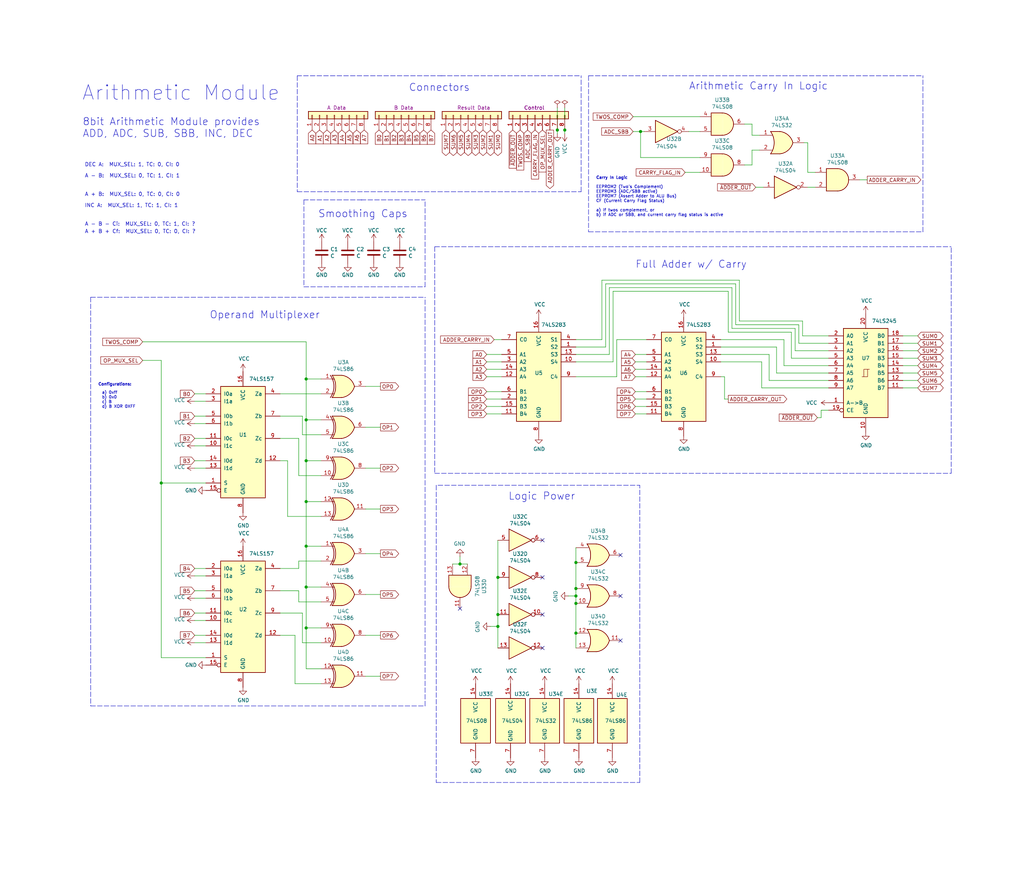
<source format=kicad_sch>
(kicad_sch (version 20211123) (generator eeschema)
  (paper "User" 350.012 297.002)
  (title_block (title "Arithmetic Module") (rev "3") (comment 1 "ADD / SUB / ADC / SBB / INC / DEC"))
  (junction (at 104.648 186.69))
  (junction (at 170.18 214.122))
  (junction (at 218.948 44.958))
  (junction (at 196.85 206.248))
  (junction (at 104.648 200.66))
  (junction (at 104.648 171.45))
  (junction (at 196.85 216.408))
  (junction (at 196.85 203.708))
  (junction (at 170.18 210.058))
  (junction (at 104.648 157.48))
  (junction (at 196.85 192.278))
  (junction (at 193.04 44.45))
  (junction (at 196.85 201.168))
  (junction (at 190.5 44.45))
  (junction (at 104.648 143.51))
  (junction (at 157.226 192.786))
  (junction (at 170.18 197.358))
  (junction (at 104.648 129.54))
  (junction (at 104.648 214.63))
  (junction (at 55.118 165.1))
  (no_connect (at 212.09 189.738))
  (no_connect (at 185.42 221.488))
  (no_connect (at 212.09 203.708))
  (no_connect (at 185.42 197.358))
  (no_connect (at 157.226 208.026))
  (no_connect (at 185.42 210.058))
  (no_connect (at 212.09 218.948))
  (no_connect (at 185.42 184.658))
  (wire (pts (xy 274.32 109.728) (xy 252.73 109.728)))
  (polyline (pts (xy 201.168 25.908) (xy 315.468 25.908)))
  (wire (pts (xy 308.61 117.348) (xy 313.69 117.348)))
  (polyline (pts (xy 151.13 25.908) (xy 101.6 25.908)))
  (wire (pts (xy 217.17 123.698) (xy 220.98 123.698)))
  (wire (pts (xy 100.838 233.68) (xy 109.728 233.68)))
  (wire (pts (xy 168.91 116.078) (xy 171.45 116.078)))
  (wire (pts (xy 308.61 132.588) (xy 313.69 132.588)))
  (wire (pts (xy 270.51 122.428) (xy 283.21 122.428)))
  (wire (pts (xy 265.43 118.618) (xy 265.43 127.508)))
  (wire (pts (xy 95.758 142.24) (xy 103.378 142.24)))
  (wire (pts (xy 102.108 201.93) (xy 102.108 205.74)))
  (polyline (pts (xy 198.628 65.532) (xy 198.628 25.908)))
  (wire (pts (xy 265.43 127.508) (xy 283.21 127.508)))
  (wire (pts (xy 130.048 189.23) (xy 124.968 189.23)))
  (wire (pts (xy 252.73 109.728) (xy 252.73 95.758)))
  (wire (pts (xy 95.758 134.62) (xy 109.728 134.62)))
  (wire (pts (xy 271.78 112.268) (xy 250.19 112.268)))
  (polyline (pts (xy 315.468 79.248) (xy 315.468 25.908)))
  (wire (pts (xy 196.85 118.618) (xy 207.01 118.618)))
  (wire (pts (xy 196.85 116.078) (xy 205.74 116.078)))
  (wire (pts (xy 166.37 126.238) (xy 171.45 126.238)))
  (wire (pts (xy 95.758 201.93) (xy 102.108 201.93)))
  (wire (pts (xy 104.648 129.54) (xy 104.648 143.51)))
  (wire (pts (xy 130.048 173.99) (xy 124.968 173.99)))
  (wire (pts (xy 66.548 160.02) (xy 70.358 160.02)))
  (wire (pts (xy 167.64 214.122) (xy 170.18 214.122)))
  (polyline (pts (xy 185.674 165.862) (xy 218.694 165.862)))
  (polyline (pts (xy 201.168 25.908) (xy 201.168 79.248)))
  (wire (pts (xy 262.89 130.048) (xy 283.21 130.048)))
  (wire (pts (xy 103.378 142.24) (xy 103.378 148.59)))
  (wire (pts (xy 124.968 217.17) (xy 130.048 217.17)))
  (wire (pts (xy 70.358 165.1) (xy 55.118 165.1)))
  (polyline (pts (xy 150.622 25.908) (xy 198.628 25.908)))
  (wire (pts (xy 274.32 114.808) (xy 283.21 114.808)))
  (wire (pts (xy 308.61 122.428) (xy 313.69 122.428)))
  (polyline (pts (xy 123.444 68.326) (xy 145.288 68.326)))
  (polyline (pts (xy 185.674 165.862) (xy 149.098 165.862)))
  (wire (pts (xy 257.048 42.418) (xy 257.048 46.228)))
  (wire (pts (xy 220.98 116.078) (xy 210.82 116.078)))
  (wire (pts (xy 55.118 123.19) (xy 48.768 123.19)))
  (wire (pts (xy 218.948 44.958) (xy 218.948 53.848)))
  (wire (pts (xy 102.108 149.86) (xy 102.108 162.56)))
  (wire (pts (xy 166.37 123.698) (xy 171.45 123.698)))
  (wire (pts (xy 217.17 141.478) (xy 220.98 141.478)))
  (wire (pts (xy 280.67 142.748) (xy 280.67 140.208)))
  (wire (pts (xy 104.648 228.6) (xy 109.728 228.6)))
  (wire (pts (xy 98.298 157.48) (xy 95.758 157.48)))
  (wire (pts (xy 259.588 51.308) (xy 257.048 51.308)))
  (polyline (pts (xy 218.694 267.462) (xy 218.694 165.862)))
  (wire (pts (xy 254.508 42.418) (xy 257.048 42.418)))
  (wire (pts (xy 248.92 99.568) (xy 209.55 99.568)))
  (wire (pts (xy 246.38 123.698) (xy 260.35 123.698)))
  (wire (pts (xy 235.458 44.958) (xy 239.268 44.958)))
  (wire (pts (xy 207.01 97.028) (xy 251.46 97.028)))
  (wire (pts (xy 66.548 194.31) (xy 70.358 194.31)))
  (wire (pts (xy 95.758 209.55) (xy 103.378 209.55)))
  (wire (pts (xy 66.548 196.85) (xy 70.358 196.85)))
  (wire (pts (xy 251.46 110.998) (xy 273.05 110.998)))
  (wire (pts (xy 124.968 146.05) (xy 130.048 146.05)))
  (wire (pts (xy 216.408 44.958) (xy 218.948 44.958)))
  (wire (pts (xy 308.61 114.808) (xy 313.69 114.808)))
  (wire (pts (xy 239.268 39.878) (xy 216.408 39.878)))
  (wire (pts (xy 209.55 99.568) (xy 209.55 123.698)))
  (wire (pts (xy 247.65 136.398) (xy 248.92 136.398)))
  (wire (pts (xy 274.828 48.768) (xy 276.098 48.768)))
  (wire (pts (xy 196.85 216.408) (xy 196.85 221.488)))
  (wire (pts (xy 271.78 119.888) (xy 283.21 119.888)))
  (wire (pts (xy 308.61 124.968) (xy 313.69 124.968)))
  (wire (pts (xy 217.17 121.158) (xy 220.98 121.158)))
  (wire (pts (xy 196.85 206.248) (xy 196.85 216.408)))
  (wire (pts (xy 170.18 197.358) (xy 170.18 184.658)))
  (wire (pts (xy 66.548 137.16) (xy 70.358 137.16)))
  (polyline (pts (xy 103.886 68.326) (xy 103.886 98.044)))
  (wire (pts (xy 95.758 217.17) (xy 100.838 217.17)))
  (wire (pts (xy 218.948 44.958) (xy 220.218 44.958)))
  (wire (pts (xy 66.548 149.86) (xy 70.358 149.86)))
  (wire (pts (xy 66.548 144.78) (xy 70.358 144.78)))
  (wire (pts (xy 260.35 123.698) (xy 260.35 132.588)))
  (wire (pts (xy 102.108 191.77) (xy 109.728 191.77)))
  (wire (pts (xy 170.18 214.122) (xy 170.18 221.488)))
  (polyline (pts (xy 148.59 84.328) (xy 325.12 84.328)))
  (wire (pts (xy 66.548 157.48) (xy 70.358 157.48)))
  (wire (pts (xy 210.82 128.778) (xy 196.85 128.778)))
  (wire (pts (xy 217.17 136.398) (xy 220.98 136.398)))
  (wire (pts (xy 104.648 143.51) (xy 109.728 143.51)))
  (wire (pts (xy 217.17 128.778) (xy 220.98 128.778)))
  (wire (pts (xy 104.648 186.69) (xy 109.728 186.69)))
  (wire (pts (xy 130.048 203.2) (xy 124.968 203.2)))
  (wire (pts (xy 95.758 149.86) (xy 102.108 149.86)))
  (wire (pts (xy 205.74 95.758) (xy 205.74 116.078)))
  (wire (pts (xy 257.048 51.308) (xy 257.048 56.388)))
  (wire (pts (xy 308.61 130.048) (xy 313.69 130.048)))
  (wire (pts (xy 267.97 124.968) (xy 283.21 124.968)))
  (wire (pts (xy 104.648 214.63) (xy 109.728 214.63)))
  (wire (pts (xy 104.648 214.63) (xy 104.648 228.6)))
  (wire (pts (xy 66.548 212.09) (xy 70.358 212.09)))
  (wire (pts (xy 252.73 95.758) (xy 205.74 95.758)))
  (wire (pts (xy 270.51 113.538) (xy 248.92 113.538)))
  (wire (pts (xy 208.28 98.298) (xy 208.28 121.158)))
  (wire (pts (xy 196.85 201.168) (xy 196.85 203.708)))
  (wire (pts (xy 66.548 201.93) (xy 70.358 201.93)))
  (polyline (pts (xy 103.886 98.044) (xy 145.288 98.044)))
  (wire (pts (xy 66.548 134.62) (xy 70.358 134.62)))
  (wire (pts (xy 109.728 157.48) (xy 104.648 157.48)))
  (polyline (pts (xy 148.59 161.798) (xy 325.12 161.798)))
  (wire (pts (xy 166.37 133.858) (xy 171.45 133.858)))
  (wire (pts (xy 130.048 231.14) (xy 124.968 231.14)))
  (wire (pts (xy 104.648 186.69) (xy 104.648 200.66)))
  (wire (pts (xy 166.37 141.478) (xy 171.45 141.478)))
  (wire (pts (xy 104.648 200.66) (xy 104.648 214.63)))
  (wire (pts (xy 100.838 217.17) (xy 100.838 233.68)))
  (wire (pts (xy 270.51 122.428) (xy 270.51 113.538)))
  (wire (pts (xy 251.46 97.028) (xy 251.46 110.998)))
  (wire (pts (xy 104.648 171.45) (xy 104.648 186.69)))
  (wire (pts (xy 159.766 192.786) (xy 157.226 192.786)))
  (wire (pts (xy 98.298 176.53) (xy 109.728 176.53)))
  (wire (pts (xy 196.85 187.198) (xy 196.85 192.278)))
  (wire (pts (xy 66.548 217.17) (xy 70.358 217.17)))
  (wire (pts (xy 246.38 116.078) (xy 267.97 116.078)))
  (wire (pts (xy 308.61 119.888) (xy 313.69 119.888)))
  (polyline (pts (xy 123.698 68.326) (xy 103.886 68.326)))
  (wire (pts (xy 102.108 162.56) (xy 109.728 162.56)))
  (wire (pts (xy 196.85 203.708) (xy 194.31 203.708)))
  (wire (pts (xy 273.05 110.998) (xy 273.05 117.348)))
  (wire (pts (xy 248.92 113.538) (xy 248.92 99.568)))
  (polyline (pts (xy 101.6 65.532) (xy 198.628 65.532)))
  (polyline (pts (xy 201.168 79.248) (xy 315.468 79.248)))
  (wire (pts (xy 157.226 192.786) (xy 154.686 192.786)))
  (wire (pts (xy 308.61 127.508) (xy 313.69 127.508)))
  (polyline (pts (xy 145.288 98.044) (xy 145.288 68.326)))
  (polyline (pts (xy 30.988 101.6) (xy 30.988 241.3)))
  (wire (pts (xy 190.5 44.45) (xy 190.5 45.72)))
  (wire (pts (xy 102.108 205.74) (xy 109.728 205.74)))
  (wire (pts (xy 257.048 56.388) (xy 254.508 56.388)))
  (wire (pts (xy 273.05 117.348) (xy 283.21 117.348)))
  (wire (pts (xy 210.82 116.078) (xy 210.82 128.778)))
  (wire (pts (xy 271.78 119.888) (xy 271.78 112.268)))
  (wire (pts (xy 66.548 152.4) (xy 70.358 152.4)))
  (polyline (pts (xy 30.988 241.3) (xy 145.288 241.3)))
  (wire (pts (xy 104.648 129.54) (xy 104.648 116.84)))
  (polyline (pts (xy 149.098 165.862) (xy 149.098 267.462)))
  (wire (pts (xy 196.85 121.158) (xy 208.28 121.158)))
  (wire (pts (xy 104.648 143.51) (xy 104.648 157.48)))
  (wire (pts (xy 247.65 128.778) (xy 247.65 136.398)))
  (wire (pts (xy 193.04 44.45) (xy 193.04 45.72)))
  (wire (pts (xy 104.648 129.54) (xy 109.728 129.54)))
  (wire (pts (xy 276.098 48.768) (xy 276.098 58.928)))
  (wire (pts (xy 166.37 136.398) (xy 171.45 136.398)))
  (polyline (pts (xy 145.288 241.3) (xy 145.288 101.6)))
  (polyline (pts (xy 325.12 161.798) (xy 325.12 84.328)))
  (wire (pts (xy 55.118 224.79) (xy 70.358 224.79)))
  (wire (pts (xy 98.298 157.48) (xy 98.298 176.53)))
  (wire (pts (xy 66.548 209.55) (xy 70.358 209.55)))
  (wire (pts (xy 250.19 112.268) (xy 250.19 98.298)))
  (wire (pts (xy 196.85 192.278) (xy 196.85 201.168)))
  (wire (pts (xy 104.648 157.48) (xy 104.648 171.45)))
  (wire (pts (xy 170.18 210.058) (xy 170.18 214.122)))
  (wire (pts (xy 217.17 138.938) (xy 220.98 138.938)))
  (wire (pts (xy 109.728 200.66) (xy 104.648 200.66)))
  (wire (pts (xy 196.85 123.698) (xy 209.55 123.698)))
  (wire (pts (xy 257.048 46.228) (xy 259.588 46.228)))
  (wire (pts (xy 276.098 64.008) (xy 278.638 64.008)))
  (wire (pts (xy 246.38 118.618) (xy 265.43 118.618)))
  (wire (pts (xy 279.4 142.748) (xy 280.67 142.748)))
  (wire (pts (xy 103.378 219.71) (xy 109.728 219.71)))
  (wire (pts (xy 170.18 197.358) (xy 170.18 210.058)))
  (wire (pts (xy 157.226 190.246) (xy 157.226 192.786)))
  (wire (pts (xy 258.318 64.008) (xy 260.858 64.008)))
  (wire (pts (xy 260.35 132.588) (xy 283.21 132.588)))
  (wire (pts (xy 207.01 118.618) (xy 207.01 97.028)))
  (wire (pts (xy 95.758 194.31) (xy 102.108 194.31)))
  (wire (pts (xy 166.37 121.158) (xy 171.45 121.158)))
  (wire (pts (xy 250.19 98.298) (xy 208.28 98.298)))
  (wire (pts (xy 66.548 219.71) (xy 70.358 219.71)))
  (wire (pts (xy 196.85 203.708) (xy 196.85 206.248)))
  (wire (pts (xy 124.968 160.02) (xy 130.048 160.02)))
  (wire (pts (xy 66.548 204.47) (xy 70.358 204.47)))
  (wire (pts (xy 217.17 133.858) (xy 220.98 133.858)))
  (wire (pts (xy 66.548 142.24) (xy 70.358 142.24)))
  (polyline (pts (xy 149.098 267.462) (xy 218.694 267.462)))
  (wire (pts (xy 190.5 36.83) (xy 190.5 44.45)))
  (wire (pts (xy 166.37 128.778) (xy 171.45 128.778)))
  (wire (pts (xy 55.118 165.1) (xy 55.118 224.79)))
  (wire (pts (xy 296.418 61.468) (xy 293.878 61.468)))
  (wire (pts (xy 166.37 138.938) (xy 171.45 138.938)))
  (wire (pts (xy 217.17 126.238) (xy 220.98 126.238)))
  (wire (pts (xy 234.188 58.928) (xy 239.268 58.928)))
  (wire (pts (xy 55.118 165.1) (xy 55.118 123.19)))
  (polyline (pts (xy 101.6 25.908) (xy 101.6 65.532)))
  (wire (pts (xy 276.098 58.928) (xy 278.638 58.928)))
  (wire (pts (xy 124.968 132.08) (xy 130.048 132.08)))
  (wire (pts (xy 246.38 121.158) (xy 262.89 121.158)))
  (wire (pts (xy 218.948 53.848) (xy 239.268 53.848)))
  (wire (pts (xy 247.65 128.778) (xy 246.38 128.778)))
  (wire (pts (xy 193.04 36.83) (xy 193.04 44.45)))
  (wire (pts (xy 48.768 116.84) (xy 104.648 116.84)))
  (wire (pts (xy 267.97 124.968) (xy 267.97 116.078)))
  (polyline (pts (xy 30.988 101.6) (xy 145.288 101.6)))
  (wire (pts (xy 274.32 114.808) (xy 274.32 109.728)))
  (wire (pts (xy 109.728 171.45) (xy 104.648 171.45)))
  (wire (pts (xy 280.67 140.208) (xy 283.21 140.208)))
  (wire (pts (xy 262.89 130.048) (xy 262.89 121.158)))
  (wire (pts (xy 103.378 148.59) (xy 109.728 148.59)))
  (wire (pts (xy 103.378 219.71) (xy 103.378 209.55)))
  (wire (pts (xy 102.108 191.77) (xy 102.108 194.31)))
  (polyline (pts (xy 148.59 84.328) (xy 148.59 161.798)))
  (text "a) 0xff\nb) 0x0\nc) B\nd) B XOR 0XFF" (at 34.798 139.7 0) (effects (font (size 0.9906 0.9906)) (justify left bottom)))
  (text "Connectors" (at 139.7 31.496 0) (effects (font (size 2.4892 2.4892)) (justify left bottom)))
  (text "8bit Arithmetic Module provides\nADD, ADC, SUB, SBB, INC, DEC" (at 28.194 47.244 0) (effects (font (size 2.5 2.5)) (justify left bottom)))
  (text "A - B - Ci:  MUX_SEL: 0, TC: 1, CI: ?" (at 28.956 77.47 0) (effects (font (size 1.27 1.27)) (justify left bottom)))
  (text "Logic Power" (at 173.736 171.196 0) (effects (font (size 2.4892 2.4892)) (justify left bottom)))
  (text "A + B + Cf:  MUX_SEL: 0, TC: 0, CI: ?" (at 28.956 80.01 0) (effects (font (size 1.27 1.27)) (justify left bottom)))
  (text "Full Adder w/ Carry" (at 217.17 91.948 0) (effects (font (size 2.4892 2.4892)) (justify left bottom)))
  (text "Operand Multiplexer" (at 71.628 109.22 0) (effects (font (size 2.4892 2.4892)) (justify left bottom)))
  (text "Arithmetic Module" (at 27.94 34.798 0) (effects (font (size 5 5)) (justify left bottom)))
  (text "DEC A:  MUX_SEL: 1, TC: 0, CI: 0" (at 28.956 57.15 0) (effects (font (size 1.27 1.27)) (justify left bottom)))
  (text "EEPROM2 (Two’s Complement)\nEEPROM3 (ADC/SBB active)\nEEPROM7 (Assert Adder to ALU Bus)\nCF (Current Carry Flag Status)\n\na) If twos complement, or\nb) if ADC or SBB, and current carry flag status is active" (at 203.708 74.168 0) (effects (font (size 0.9906 0.9906)) (justify left bottom)))
  (text "Arithmetic Carry In Logic" (at 235.458 30.988 0) (effects (font (size 2.4892 2.4892)) (justify left bottom)))
  (text "Carry In Logic" (at 203.708 61.468 0) (effects (font (size 0.9906 0.9906) (thickness 0.1981) bold) (justify left bottom)))
  (text "Smoothing Caps" (at 108.712 74.676 0) (effects (font (size 2.4892 2.4892)) (justify left bottom)))
  (text "A - B:  MUX_SEL: 0, TC: 1, CI: 1" (at 28.956 60.96 0) (effects (font (size 1.27 1.27)) (justify left bottom)))
  (text "INC A:  MUX_SEL: 1, TC: 1, CI: 1" (at 28.956 71.12 0) (effects (font (size 1.27 1.27)) (justify left bottom)))
  (text "Configurations:" (at 33.528 132.08 0) (effects (font (size 0.9906 0.9906) (thickness 0.1981) bold) (justify left bottom)))
  (text "A + B:  MUX_SEL: 0, TC: 0, CI: 0" (at 28.956 67.31 0) (effects (font (size 1.27 1.27)) (justify left bottom)))
  (global_label "OP7" (shape output) (at 130.048 231.14 0) (property "Intersheet References" "${INTERSHEET_REFS}" (effects hide)))
  (global_label "SUM3" (shape tri_state) (at 313.69 122.428 0) (property "Intersheet References" "${INTERSHEET_REFS}" (effects hide)))
  (global_label "B6" (shape input) (at 66.548 209.55 180) (property "Intersheet References" "${INTERSHEET_REFS}" (effects hide)))
  (global_label "SUM5" (shape tri_state) (at 157.48 44.45 270) (property "Intersheet References" "${INTERSHEET_REFS}" (effects hide)))
  (global_label "A2" (shape input) (at 111.76 44.45 270) (property "Intersheet References" "${INTERSHEET_REFS}" (effects hide)))
  (global_label "ADC_SBB" (shape input) (at 180.34 44.45 270) (property "Intersheet References" "${INTERSHEET_REFS}" (effects hide)))
  (global_label "B2" (shape input) (at 66.548 149.86 180) (property "Intersheet References" "${INTERSHEET_REFS}" (effects hide)))
  (global_label "A5" (shape input) (at 119.38 44.45 270) (property "Intersheet References" "${INTERSHEET_REFS}" (effects hide)))
  (global_label "SUM0" (shape tri_state) (at 170.18 44.45 270) (property "Intersheet References" "${INTERSHEET_REFS}" (effects hide)))
  (global_label "OP7" (shape input) (at 217.17 141.478 180) (property "Intersheet References" "${INTERSHEET_REFS}" (effects hide)))
  (global_label "B7" (shape input) (at 66.548 217.17 180) (property "Intersheet References" "${INTERSHEET_REFS}" (effects hide)))
  (global_label "ADDER_CARRY_IN" (shape output) (at 296.418 61.468 0) (property "Intersheet References" "${INTERSHEET_REFS}" (effects hide)))
  (global_label "A3" (shape input) (at 114.3 44.45 270) (property "Intersheet References" "${INTERSHEET_REFS}" (effects hide)))
  (global_label "B7" (shape input) (at 147.32 44.45 270) (property "Intersheet References" "${INTERSHEET_REFS}" (effects hide)))
  (global_label "B1" (shape input) (at 66.548 142.24 180) (property "Intersheet References" "${INTERSHEET_REFS}" (effects hide)))
  (global_label "OP2" (shape output) (at 130.048 160.02 0) (property "Intersheet References" "${INTERSHEET_REFS}" (effects hide)))
  (global_label "A2" (shape input) (at 166.37 126.238 180) (property "Intersheet References" "${INTERSHEET_REFS}" (effects hide)))
  (global_label "A7" (shape input) (at 124.46 44.45 270) (property "Intersheet References" "${INTERSHEET_REFS}" (effects hide)))
  (global_label "TWOS_COMP" (shape input) (at 48.768 116.84 180) (property "Intersheet References" "${INTERSHEET_REFS}" (effects hide)))
  (global_label "SUM7" (shape tri_state) (at 313.69 132.588 0) (property "Intersheet References" "${INTERSHEET_REFS}" (effects hide)))
  (global_label "OP_MUX_SEL" (shape input) (at 185.42 44.45 270) (property "Intersheet References" "${INTERSHEET_REFS}" (effects hide)))
  (global_label "B0" (shape input) (at 129.54 44.45 270) (property "Intersheet References" "${INTERSHEET_REFS}" (effects hide)))
  (global_label "OP4" (shape output) (at 130.048 189.23 0) (property "Intersheet References" "${INTERSHEET_REFS}" (effects hide)))
  (global_label "B5" (shape input) (at 66.548 201.93 180) (property "Intersheet References" "${INTERSHEET_REFS}" (effects hide)))
  (global_label "OP4" (shape input) (at 217.17 133.858 180) (property "Intersheet References" "${INTERSHEET_REFS}" (effects hide)))
  (global_label "B6" (shape input) (at 144.78 44.45 270) (property "Intersheet References" "${INTERSHEET_REFS}" (effects hide)))
  (global_label "~{ADDER_OUT}" (shape input) (at 279.4 142.748 180) (property "Intersheet References" "${INTERSHEET_REFS}" (effects hide)))
  (global_label "B4" (shape input) (at 139.7 44.45 270) (property "Intersheet References" "${INTERSHEET_REFS}" (effects hide)))
  (global_label "ADC_SBB" (shape input) (at 216.408 44.958 180) (property "Intersheet References" "${INTERSHEET_REFS}" (effects hide)))
  (global_label "OP6" (shape input) (at 217.17 138.938 180) (property "Intersheet References" "${INTERSHEET_REFS}" (effects hide)))
  (global_label "A1" (shape input) (at 109.22 44.45 270) (property "Intersheet References" "${INTERSHEET_REFS}" (effects hide)))
  (global_label "OP0" (shape output) (at 130.048 132.08 0) (property "Intersheet References" "${INTERSHEET_REFS}" (effects hide)))
  (global_label "ADDER_CARRY_OUT" (shape output) (at 187.96 44.45 270) (property "Intersheet References" "${INTERSHEET_REFS}" (effects hide)))
  (global_label "OP0" (shape input) (at 166.37 133.858 180) (property "Intersheet References" "${INTERSHEET_REFS}" (effects hide)))
  (global_label "A6" (shape input) (at 121.92 44.45 270) (property "Intersheet References" "${INTERSHEET_REFS}" (effects hide)))
  (global_label "SUM6" (shape tri_state) (at 154.94 44.45 270) (property "Intersheet References" "${INTERSHEET_REFS}" (effects hide)))
  (global_label "OP5" (shape output) (at 130.048 203.2 0) (property "Intersheet References" "${INTERSHEET_REFS}" (effects hide)))
  (global_label "SUM2" (shape tri_state) (at 165.1 44.45 270) (property "Intersheet References" "${INTERSHEET_REFS}" (effects hide)))
  (global_label "SUM0" (shape tri_state) (at 313.69 114.808 0) (property "Intersheet References" "${INTERSHEET_REFS}" (effects hide)))
  (global_label "A5" (shape input) (at 217.17 123.698 180) (property "Intersheet References" "${INTERSHEET_REFS}" (effects hide)))
  (global_label "B5" (shape input) (at 142.24 44.45 270) (property "Intersheet References" "${INTERSHEET_REFS}" (effects hide)))
  (global_label "CARRY_FLAG_IN" (shape input) (at 234.188 58.928 180) (property "Intersheet References" "${INTERSHEET_REFS}" (effects hide)))
  (global_label "ADDER_CARRY_OUT" (shape output) (at 248.92 136.398 0) (property "Intersheet References" "${INTERSHEET_REFS}" (effects hide)))
  (global_label "OP_MUX_SEL" (shape input) (at 48.768 123.19 180) (property "Intersheet References" "${INTERSHEET_REFS}" (effects hide)))
  (global_label "B4" (shape input) (at 66.548 194.31 180) (property "Intersheet References" "${INTERSHEET_REFS}" (effects hide)))
  (global_label "A4" (shape input) (at 116.84 44.45 270) (property "Intersheet References" "${INTERSHEET_REFS}" (effects hide)))
  (global_label "CARRY_FLAG_IN" (shape input) (at 182.88 44.45 270) (property "Intersheet References" "${INTERSHEET_REFS}" (effects hide)))
  (global_label "B3" (shape input) (at 137.16 44.45 270) (property "Intersheet References" "${INTERSHEET_REFS}" (effects hide)))
  (global_label "OP1" (shape output) (at 130.048 146.05 0) (property "Intersheet References" "${INTERSHEET_REFS}" (effects hide)))
  (global_label "SUM7" (shape tri_state) (at 152.4 44.45 270) (property "Intersheet References" "${INTERSHEET_REFS}" (effects hide)))
  (global_label "SUM4" (shape tri_state) (at 313.69 124.968 0) (property "Intersheet References" "${INTERSHEET_REFS}" (effects hide)))
  (global_label "SUM1" (shape tri_state) (at 167.64 44.45 270) (property "Intersheet References" "${INTERSHEET_REFS}" (effects hide)))
  (global_label "A0" (shape input) (at 166.37 121.158 180) (property "Intersheet References" "${INTERSHEET_REFS}" (effects hide)))
  (global_label "SUM2" (shape tri_state) (at 313.69 119.888 0) (property "Intersheet References" "${INTERSHEET_REFS}" (effects hide)))
  (global_label "A6" (shape input) (at 217.17 126.238 180) (property "Intersheet References" "${INTERSHEET_REFS}" (effects hide)))
  (global_label "A0" (shape input) (at 106.68 44.45 270) (property "Intersheet References" "${INTERSHEET_REFS}" (effects hide)))
  (global_label "A3" (shape input) (at 166.37 128.778 180) (property "Intersheet References" "${INTERSHEET_REFS}" (effects hide)))
  (global_label "OP6" (shape output) (at 130.048 217.17 0) (property "Intersheet References" "${INTERSHEET_REFS}" (effects hide)))
  (global_label "OP1" (shape input) (at 166.37 136.398 180) (property "Intersheet References" "${INTERSHEET_REFS}" (effects hide)))
  (global_label "OP3" (shape output) (at 130.048 173.99 0) (property "Intersheet References" "${INTERSHEET_REFS}" (effects hide)))
  (global_label "OP2" (shape input) (at 166.37 138.938 180) (property "Intersheet References" "${INTERSHEET_REFS}" (effects hide)))
  (global_label "TWOS_COMP" (shape input) (at 216.408 39.878 180) (property "Intersheet References" "${INTERSHEET_REFS}" (effects hide)))
  (global_label "A7" (shape input) (at 217.17 128.778 180) (property "Intersheet References" "${INTERSHEET_REFS}" (effects hide)))
  (global_label "B2" (shape input) (at 134.62 44.45 270) (property "Intersheet References" "${INTERSHEET_REFS}" (effects hide)))
  (global_label "SUM1" (shape tri_state) (at 313.69 117.348 0) (property "Intersheet References" "${INTERSHEET_REFS}" (effects hide)))
  (global_label "SUM4" (shape tri_state) (at 160.02 44.45 270) (property "Intersheet References" "${INTERSHEET_REFS}" (effects hide)))
  (global_label "TWOS_COMP" (shape input) (at 177.8 44.45 270) (property "Intersheet References" "${INTERSHEET_REFS}" (effects hide)))
  (global_label "OP3" (shape input) (at 166.37 141.478 180) (property "Intersheet References" "${INTERSHEET_REFS}" (effects hide)))
  (global_label "B3" (shape input) (at 66.548 157.48 180) (property "Intersheet References" "${INTERSHEET_REFS}" (effects hide)))
  (global_label "A1" (shape input) (at 166.37 123.698 180) (property "Intersheet References" "${INTERSHEET_REFS}" (effects hide)))
  (global_label "SUM5" (shape tri_state) (at 313.69 127.508 0) (property "Intersheet References" "${INTERSHEET_REFS}" (effects hide)))
  (global_label "~{ADDER_OUT}" (shape input) (at 175.26 44.45 270) (property "Intersheet References" "${INTERSHEET_REFS}" (effects hide)))
  (global_label "A4" (shape input) (at 217.17 121.158 180) (property "Intersheet References" "${INTERSHEET_REFS}" (effects hide)))
  (global_label "~{ADDER_OUT}" (shape input) (at 258.318 64.008 180) (property "Intersheet References" "${INTERSHEET_REFS}" (effects hide)))
  (global_label "SUM3" (shape tri_state) (at 162.56 44.45 270) (property "Intersheet References" "${INTERSHEET_REFS}" (effects hide)))
  (global_label "ADDER_CARRY_IN" (shape input) (at 168.91 116.078 180) (property "Intersheet References" "${INTERSHEET_REFS}" (effects hide)))
  (global_label "B1" (shape input) (at 132.08 44.45 270) (property "Intersheet References" "${INTERSHEET_REFS}" (effects hide)))
  (global_label "B0" (shape input) (at 66.548 134.62 180) (property "Intersheet References" "${INTERSHEET_REFS}" (effects hide)))
  (global_label "SUM6" (shape tri_state) (at 313.69 130.048 0) (property "Intersheet References" "${INTERSHEET_REFS}" (effects hide)))
  (global_label "OP5" (shape input) (at 217.17 136.398 180) (property "Intersheet References" "${INTERSHEET_REFS}" (effects hide)))
  (symbol (lib_id "Connector_Generic:Conn_01x08") (at 114.3 39.37 90) (unit 1)
    (property "Reference" "J1" (effects hide))
    (property "Value" "Conn_01x08" (effects hide))
    (property "Footprint" "Connector_PinHeader_2.54mm:PinHeader_1x08_P2.54mm_Vertical" (effects hide))
    (property "L" "A Data" (at 111.76 36.83 90) (effects (justify right)))
  )
  (symbol (lib_id "Connector_Generic:Conn_01x08") (at 137.16 39.37 90) (unit 1)
    (property "Reference" "J2" (effects hide))
    (property "Value" "Conn_01x08" (effects hide))
    (property "Footprint" "Connector_PinHeader_2.54mm:PinHeader_1x08_P2.54mm_Vertical" (effects hide))
    (property "L" "B Data" (at 134.62 36.83 90) (effects (justify right)))
  )
  (symbol (lib_id "Connector_Generic:Conn_01x08") (at 160.02 39.37 90) (unit 1)
    (property "Reference" "J3" (effects hide))
    (property "Value" "Conn_01x08" (effects hide))
    (property "Footprint" "Connector_PinHeader_2.54mm:PinHeader_1x08_P2.54mm_Vertical" (effects hide))
    (property "L" "Result Data" (at 156.21 36.83 90) (effects (justify right)))
  )
  (symbol (lib_id "power:PWR_FLAG") (at 190.5 36.83 0) (unit 1)
    (property "Reference" "#FLG0101" (effects hide))
    (property "Value" "PWR_FLAG" (effects hide))
  )
  (symbol (lib_id "power:PWR_FLAG") (at 193.04 36.83 0) (unit 1)
    (property "Reference" "#FLG0102" (effects hide))
    (property "Value" "PWR_FLAG" (effects hide))
  )
  (symbol (lib_id "power:GND") (at 190.5 45.72 0) (unit 1)
    (property "Reference" "#PWR0128" (effects hide))
    (property "Value" "GND" (at 190.5 52.07 90))
  )
  (symbol (lib_id "power:VCC") (at 193.04 45.72 180) (unit 1)
    (property "Reference" "#PWR0129" (effects hide))
    (property "Value" "VCC" (at 193.04 50.8 90))
  )
  (symbol (lib_id "74xx:74LS08") (at 286.258 61.468 0) (unit 1)
    (property "Reference" "U33" (at 286.258 53.213 0))
    (property "Value" "74LS08" (at 286.258 55.5244 0))
    (property "Footprint" "Package_SO:TSSOP-14_4.4x5mm_P0.65mm" (effects hide))
    (property "Datasheet" "http://www.ti.com/lit/gpn/sn74LS08" (effects hide))
  )
  (symbol (lib_id "74xx:74LS08") (at 246.888 42.418 0) (unit 2)
    (property "Reference" "U33" (at 246.888 34.163 0))
    (property "Value" "74LS08" (at 246.888 36.4744 0))
    (property "Footprint" "Package_SO:TSSOP-14_4.4x5mm_P0.65mm" (effects hide))
    (property "Datasheet" "http://www.ti.com/lit/gpn/sn74LS08" (effects hide))
  )
  (symbol (lib_id "74xx:74LS08") (at 246.888 56.388 0) (unit 3)
    (property "Reference" "U33" (at 246.888 48.133 0))
    (property "Value" "74LS08" (at 246.888 50.4444 0))
    (property "Footprint" "Package_SO:TSSOP-14_4.4x5mm_P0.65mm" (effects hide))
    (property "Datasheet" "http://www.ti.com/lit/gpn/sn74LS08" (effects hide))
  )
  (symbol (lib_id "74xx:74LS08") (at 157.226 200.406 270) (unit 4)
    (property "Reference" "U33" (at 165.481 200.406 0))
    (property "Value" "74LS08" (at 163.1696 200.406 0))
    (property "Footprint" "Package_SO:TSSOP-14_4.4x5mm_P0.65mm" (effects hide))
    (property "Datasheet" "http://www.ti.com/lit/gpn/sn74LS08" (effects hide))
  )
  (symbol (lib_id "74xx:74LS08") (at 162.56 246.38 0) (unit 5)
    (property "Reference" "U33" (at 163.576 237.236 0) (effects (justify left)))
    (property "Value" "74LS08" (at 159.258 246.38 0) (effects (justify left)))
    (property "Footprint" "Package_SO:TSSOP-14_4.4x5mm_P0.65mm" (effects hide))
    (property "Datasheet" "http://www.ti.com/lit/gpn/sn74LS08" (effects hide))
  )
  (symbol (lib_id "74xx:74LS04") (at 268.478 64.008 0) (unit 1)
    (property "Reference" "U32" (at 268.478 55.9562 0))
    (property "Value" "74LS04" (at 268.478 58.2676 0))
    (property "Footprint" "Package_SO:TSSOP-14_4.4x5mm_P0.65mm" (effects hide))
    (property "Datasheet" "http://www.ti.com/lit/gpn/sn74LS04" (effects hide))
  )
  (symbol (lib_id "74xx:74LS04") (at 177.8 184.658 0) (unit 3)
    (property "Reference" "U32" (at 177.8 176.6062 0))
    (property "Value" "74LS04" (at 177.8 178.9176 0))
    (property "Footprint" "Package_SO:TSSOP-14_4.4x5mm_P0.65mm" (effects hide))
    (property "Datasheet" "http://www.ti.com/lit/gpn/sn74LS04" (effects hide))
  )
  (symbol (lib_id "74xx:74LS04") (at 177.8 197.358 0) (unit 4)
    (property "Reference" "U32" (at 177.8 189.3062 0))
    (property "Value" "74LS04" (at 177.8 191.6176 0))
    (property "Footprint" "Package_SO:TSSOP-14_4.4x5mm_P0.65mm" (effects hide))
    (property "Datasheet" "http://www.ti.com/lit/gpn/sn74LS04" (effects hide))
  )
  (symbol (lib_id "74xx:74LS04") (at 177.8 210.058 0) (unit 5)
    (property "Reference" "U32" (at 177.8 202.0062 0))
    (property "Value" "74LS04" (at 177.8 204.3176 0))
    (property "Footprint" "Package_SO:TSSOP-14_4.4x5mm_P0.65mm" (effects hide))
    (property "Datasheet" "http://www.ti.com/lit/gpn/sn74LS04" (effects hide))
  )
  (symbol (lib_id "74xx:74LS04") (at 177.8 221.488 0) (unit 6)
    (property "Reference" "U32" (at 177.8 213.4362 0))
    (property "Value" "74LS04" (at 177.8 215.7476 0))
    (property "Footprint" "Package_SO:TSSOP-14_4.4x5mm_P0.65mm" (effects hide))
    (property "Datasheet" "http://www.ti.com/lit/gpn/sn74LS04" (effects hide))
  )
  (symbol (lib_id "74xx:74LS04") (at 174.498 246.38 0) (unit 7)
    (property "Reference" "U32" (at 175.768 237.236 0) (effects (justify left)))
    (property "Value" "74LS04" (at 171.45 246.38 0) (effects (justify left)))
    (property "Footprint" "Package_SO:TSSOP-14_4.4x5mm_P0.65mm" (effects hide))
    (property "Datasheet" "http://www.ti.com/lit/gpn/sn74LS04" (effects hide))
  )
  (symbol (lib_id "74xx:74LS32") (at 204.47 203.708 0) (unit 3)
    (property "Reference" "U34" (at 204.47 195.453 0))
    (property "Value" "74LS32" (at 204.47 197.7644 0))
    (property "Footprint" "Package_SO:TSSOP-14_4.4x5mm_P0.65mm" (effects hide))
    (property "Datasheet" "http://www.ti.com/lit/gpn/sn74LS32" (effects hide))
  )
  (symbol (lib_id "74xx:74LS32") (at 204.47 189.738 0) (unit 2)
    (property "Reference" "U34" (at 204.47 181.483 0))
    (property "Value" "74LS32" (at 204.47 183.7944 0))
    (property "Footprint" "Package_SO:TSSOP-14_4.4x5mm_P0.65mm" (effects hide))
    (property "Datasheet" "http://www.ti.com/lit/gpn/sn74LS32" (effects hide))
  )
  (symbol (lib_id "74xx:74LS32") (at 204.47 218.948 0) (unit 4)
    (property "Reference" "U34" (at 204.47 210.693 0))
    (property "Value" "74LS32" (at 204.47 213.0044 0))
    (property "Footprint" "Package_SO:TSSOP-14_4.4x5mm_P0.65mm" (effects hide))
    (property "Datasheet" "http://www.ti.com/lit/gpn/sn74LS32" (effects hide))
  )
  (symbol (lib_id "74xx:74LS32") (at 186.182 246.38 0) (unit 5)
    (property "Reference" "U34" (at 187.452 237.236 0) (effects (justify left)))
    (property "Value" "74LS32" (at 182.88 246.38 0) (effects (justify left)))
    (property "Footprint" "Package_SO:TSSOP-14_4.4x5mm_P0.65mm" (effects hide))
    (property "Datasheet" "http://www.ti.com/lit/gpn/sn74LS32" (effects hide))
  )
  (symbol (lib_id "74xx:74LS04") (at 227.838 44.958 0) (unit 2)
    (property "Reference" "U32" (at 230.378 47.498 0))
    (property "Value" "74LS04" (at 227.838 50.038 0))
    (property "Footprint" "Package_SO:TSSOP-14_4.4x5mm_P0.65mm" (effects hide))
    (property "Datasheet" "http://www.ti.com/lit/gpn/sn74LS04" (effects hide))
  )
  (symbol (lib_id "74xx:74LS32") (at 267.208 48.768 0) (unit 1)
    (property "Reference" "U34" (at 267.208 40.513 0))
    (property "Value" "74LS32" (at 267.208 42.8244 0))
    (property "Footprint" "Package_SO:TSSOP-14_4.4x5mm_P0.65mm" (effects hide))
    (property "Datasheet" "http://www.ti.com/lit/gpn/sn74LS32" (effects hide))
  )
  (symbol (lib_id "power:GND") (at 70.358 167.64 270) (unit 1)
    (property "Reference" "#PWR09" (effects hide))
    (property "Value" "GND" (at 65.278 167.64 90))
  )
  (symbol (lib_id "power:GND") (at 70.358 227.33 270) (unit 1)
    (property "Reference" "#PWR010" (effects hide))
    (property "Value" "GND" (at 65.278 227.33 90))
  )
  (symbol (lib_id "power:VCC") (at 283.21 137.668 90) (unit 1)
    (property "Reference" "#PWR023" (effects hide))
    (property "Value" "VCC" (at 279.4 137.668 90) (effects (justify left)))
  )
  (symbol (lib_id "power:GND") (at 295.91 147.828 0) (unit 1)
    (property "Reference" "#PWR025" (effects hide))
    (property "Value" "GND" (at 296.037 152.2222 0))
  )
  (symbol (lib_id "power:VCC") (at 295.91 107.188 0) (unit 1)
    (property "Reference" "#PWR024" (effects hide))
    (property "Value" "VCC" (at 296.291 102.7938 0))
  )
  (symbol (lib_id "74xx:74LS245") (at 295.91 127.508 0) (unit 1)
    (property "Reference" "U7" (at 295.91 122.428 0))
    (property "Value" "74LS245" (at 302.26 109.728 0))
    (property "Footprint" "Package_SO:TSSOP-20_4.4x6.5mm_P0.65mm" (effects hide))
    (property "Datasheet" "http://www.ti.com/lit/gpn/sn74LS245" (effects hide))
  )
  (symbol (lib_id "power:VCC") (at 66.548 137.16 90) (unit 1)
    (property "Reference" "#PWR01" (effects hide))
    (property "Value" "VCC" (at 63.3222 136.779 90) (effects (justify left)))
  )
  (symbol (lib_id "power:VCC") (at 83.058 186.69 0) (unit 1)
    (property "Reference" "#PWR013" (effects hide))
    (property "Value" "VCC" (at 83.439 182.2958 0))
  )
  (symbol (lib_id "power:GND") (at 83.058 234.95 0) (unit 1)
    (property "Reference" "#PWR014" (effects hide))
    (property "Value" "GND" (at 83.185 239.3442 0))
  )
  (symbol (lib_id "74xx:74LS157") (at 83.058 209.55 0) (unit 1)
    (property "Reference" "U2" (at 83.058 208.28 0))
    (property "Value" "74LS157" (at 89.408 189.23 0))
    (property "Footprint" "Package_SO:TSSOP-16_4.4x5mm_P0.65mm" (effects hide))
    (property "Datasheet" "http://www.ti.com/lit/gpn/sn74LS157" (effects hide))
  )
  (symbol (lib_id "power:VCC") (at 83.058 127 0) (unit 1)
    (property "Reference" "#PWR011" (effects hide))
    (property "Value" "VCC" (at 83.439 122.6058 0))
  )
  (symbol (lib_id "power:GND") (at 83.058 175.26 0) (unit 1)
    (property "Reference" "#PWR012" (effects hide))
    (property "Value" "GND" (at 83.185 179.6542 0))
  )
  (symbol (lib_id "74xx:74LS157") (at 83.058 149.86 0) (unit 1)
    (property "Reference" "U1" (at 83.058 148.59 0))
    (property "Value" "74LS157" (at 89.408 129.54 0))
    (property "Footprint" "Package_SO:TSSOP-16_4.4x5mm_P0.65mm" (effects hide))
    (property "Datasheet" "http://www.ti.com/lit/gpn/sn74LS157" (effects hide))
  )
  (symbol (lib_id "74xx:74LS86") (at 117.348 132.08 0) (unit 1)
    (property "Reference" "U3" (at 117.348 123.825 0))
    (property "Value" "74LS86" (at 117.348 126.1364 0))
    (property "Footprint" "Package_SO:TSSOP-14_4.4x5mm_P0.65mm" (effects hide))
    (property "Datasheet" "74xx/74ls86.pdf" (effects hide))
  )
  (symbol (lib_id "74xx:74LS86") (at 117.348 146.05 0) (unit 2)
    (property "Reference" "U3" (at 117.348 137.795 0))
    (property "Value" "74LS86" (at 117.348 140.1064 0))
    (property "Footprint" "Package_SO:TSSOP-14_4.4x5mm_P0.65mm" (effects hide))
    (property "Datasheet" "74xx/74ls86.pdf" (effects hide))
  )
  (symbol (lib_id "74xx:74LS86") (at 117.348 160.02 0) (unit 3)
    (property "Reference" "U3" (at 117.348 151.765 0))
    (property "Value" "74LS86" (at 117.348 154.0764 0))
    (property "Footprint" "Package_SO:TSSOP-14_4.4x5mm_P0.65mm" (effects hide))
    (property "Datasheet" "74xx/74ls86.pdf" (effects hide))
  )
  (symbol (lib_id "74xx:74LS86") (at 117.348 173.99 0) (unit 4)
    (property "Reference" "U3" (at 117.348 165.735 0))
    (property "Value" "74LS86" (at 117.348 168.0464 0))
    (property "Footprint" "Package_SO:TSSOP-14_4.4x5mm_P0.65mm" (effects hide))
    (property "Datasheet" "74xx/74ls86.pdf" (effects hide))
  )
  (symbol (lib_id "74xx:74LS86") (at 117.348 189.23 0) (unit 1)
    (property "Reference" "U4" (at 117.348 180.975 0))
    (property "Value" "74LS86" (at 117.348 183.2864 0))
    (property "Footprint" "Package_SO:TSSOP-14_4.4x5mm_P0.65mm" (effects hide))
    (property "Datasheet" "74xx/74ls86.pdf" (effects hide))
  )
  (symbol (lib_id "74xx:74LS86") (at 117.348 203.2 0) (unit 2)
    (property "Reference" "U4" (at 117.348 194.945 0))
    (property "Value" "74LS86" (at 117.348 197.2564 0))
    (property "Footprint" "Package_SO:TSSOP-14_4.4x5mm_P0.65mm" (effects hide))
    (property "Datasheet" "74xx/74ls86.pdf" (effects hide))
  )
  (symbol (lib_id "74xx:74LS86") (at 117.348 217.17 0) (unit 3)
    (property "Reference" "U4" (at 117.348 208.915 0))
    (property "Value" "74LS86" (at 117.348 211.2264 0))
    (property "Footprint" "Package_SO:TSSOP-14_4.4x5mm_P0.65mm" (effects hide))
    (property "Datasheet" "74xx/74ls86.pdf" (effects hide))
  )
  (symbol (lib_id "74xx:74LS86") (at 117.348 231.14 0) (unit 4)
    (property "Reference" "U4" (at 117.348 222.885 0))
    (property "Value" "74LS86" (at 117.348 225.1964 0))
    (property "Footprint" "Package_SO:TSSOP-14_4.4x5mm_P0.65mm" (effects hide))
    (property "Datasheet" "74xx/74ls86.pdf" (effects hide))
  )
  (symbol (lib_id "power:GND") (at 209.296 259.08 0) (unit 1)
    (property "Reference" "#PWR018" (effects hide))
    (property "Value" "GND" (at 209.423 263.4742 0))
  )
  (symbol (lib_id "power:GND") (at 197.866 259.08 0) (unit 1)
    (property "Reference" "#PWR016" (effects hide))
    (property "Value" "GND" (at 197.993 263.4742 0))
  )
  (symbol (lib_id "power:VCC") (at 197.866 233.68 0) (unit 1)
    (property "Reference" "#PWR015" (effects hide))
    (property "Value" "VCC" (at 198.247 229.2858 0))
  )
  (symbol (lib_id "power:VCC") (at 209.296 233.68 0) (unit 1)
    (property "Reference" "#PWR017" (effects hide))
    (property "Value" "VCC" (at 209.677 229.2858 0))
  )
  (symbol (lib_id "74xx:74LS86") (at 209.296 246.38 0) (unit 5)
    (property "Reference" "U4" (at 210.566 237.49 0) (effects (justify left)))
    (property "Value" "74LS86" (at 206.756 246.38 0) (effects (justify left)))
    (property "Footprint" "Package_SO:TSSOP-14_4.4x5mm_P0.65mm" (effects hide))
    (property "Datasheet" "74xx/74ls86.pdf" (effects hide))
  )
  (symbol (lib_id "74xx:74LS86") (at 197.866 246.38 0) (unit 5)
    (property "Reference" "U3" (at 200.406 236.22 0) (effects (justify left)))
    (property "Value" "74LS86" (at 195.326 246.38 0) (effects (justify left)))
    (property "Footprint" "Package_SO:TSSOP-14_4.4x5mm_P0.65mm" (effects hide))
    (property "Datasheet" "74xx/74ls86.pdf" (effects hide))
  )
  (symbol (lib_id "power:GND") (at 233.68 149.098 0) (unit 1)
    (property "Reference" "#PWR022" (effects hide))
    (property "Value" "GND" (at 233.807 153.4922 0))
  )
  (symbol (lib_id "power:VCC") (at 233.68 108.458 0) (unit 1)
    (property "Reference" "#PWR021" (effects hide))
    (property "Value" "VCC" (at 234.061 104.0638 0))
  )
  (symbol (lib_id "74xx:74LS283") (at 233.68 128.778 0) (unit 1)
    (property "Reference" "U6" (at 233.68 127.508 0))
    (property "Value" "74LS283" (at 238.76 110.998 0))
    (property "Footprint" "Package_SO:SOIC-16W_5.3x10.2mm_P1.27mm" (effects hide))
    (property "Datasheet" "http://www.ti.com/lit/gpn/sn74LS283" (effects hide))
  )
  (symbol (lib_id "power:GND") (at 184.15 149.098 0) (unit 1)
    (property "Reference" "#PWR020" (effects hide))
    (property "Value" "GND" (at 184.277 153.4922 0))
  )
  (symbol (lib_id "power:VCC") (at 184.15 108.458 0) (unit 1)
    (property "Reference" "#PWR019" (effects hide))
    (property "Value" "VCC" (at 184.531 104.0638 0))
  )
  (symbol (lib_id "74xx:74LS283") (at 184.15 128.778 0) (unit 1)
    (property "Reference" "U5" (at 184.15 127.508 0))
    (property "Value" "74LS283" (at 189.23 110.998 0))
    (property "Footprint" "Package_SO:SOIC-16W_5.3x10.2mm_P1.27mm" (effects hide))
    (property "Datasheet" "http://www.ti.com/lit/gpn/sn74LS283" (effects hide))
  )
  (symbol (lib_id "power:VCC") (at 66.548 144.78 90) (unit 1)
    (property "Reference" "#PWR02" (effects hide))
    (property "Value" "VCC" (at 63.3222 144.399 90) (effects (justify left)))
  )
  (symbol (lib_id "power:VCC") (at 66.548 152.4 90) (unit 1)
    (property "Reference" "#PWR03" (effects hide))
    (property "Value" "VCC" (at 63.3222 152.019 90) (effects (justify left)))
  )
  (symbol (lib_id "power:VCC") (at 66.548 160.02 90) (unit 1)
    (property "Reference" "#PWR04" (effects hide))
    (property "Value" "VCC" (at 63.3222 159.639 90) (effects (justify left)))
  )
  (symbol (lib_id "power:VCC") (at 66.548 196.85 90) (unit 1)
    (property "Reference" "#PWR05" (effects hide))
    (property "Value" "VCC" (at 63.3222 196.469 90) (effects (justify left)))
  )
  (symbol (lib_id "power:VCC") (at 66.548 204.47 90) (unit 1)
    (property "Reference" "#PWR06" (effects hide))
    (property "Value" "VCC" (at 63.3222 204.089 90) (effects (justify left)))
  )
  (symbol (lib_id "power:VCC") (at 66.548 212.09 90) (unit 1)
    (property "Reference" "#PWR07" (effects hide))
    (property "Value" "VCC" (at 63.3222 211.709 90) (effects (justify left)))
  )
  (symbol (lib_id "power:VCC") (at 66.548 219.71 90) (unit 1)
    (property "Reference" "#PWR08" (effects hide))
    (property "Value" "VCC" (at 63.3222 219.329 90) (effects (justify left)))
  )
  (symbol (lib_id "power:VCC") (at 162.56 233.68 0) (unit 1)
    (property "Reference" "#PWR027" (effects hide))
    (property "Value" "VCC" (at 162.941 229.2858 0))
  )
  (symbol (lib_id "power:VCC") (at 174.498 233.68 0) (unit 1)
    (property "Reference" "#PWR030" (effects hide))
    (property "Value" "VCC" (at 174.879 229.2858 0))
  )
  (symbol (lib_id "power:VCC") (at 186.182 233.68 0) (unit 1)
    (property "Reference" "#PWR033" (effects hide))
    (property "Value" "VCC" (at 186.563 229.2858 0))
  )
  (symbol (lib_id "power:GND") (at 162.56 259.08 0) (unit 1)
    (property "Reference" "#PWR028" (effects hide))
    (property "Value" "GND" (at 162.687 263.4742 0))
  )
  (symbol (lib_id "power:GND") (at 174.498 259.08 0) (unit 1)
    (property "Reference" "#PWR031" (effects hide))
    (property "Value" "GND" (at 174.625 263.4742 0))
  )
  (symbol (lib_id "power:GND") (at 157.226 190.246 180) (unit 1)
    (property "Reference" "#PWR026" (effects hide))
    (property "Value" "GND" (at 157.099 185.8518 0))
  )
  (symbol (lib_id "power:GND") (at 167.64 214.122 270) (unit 1)
    (property "Reference" "#PWR029" (effects hide))
    (property "Value" "GND" (at 163.2458 214.249 0))
  )
  (symbol (lib_id "power:GND") (at 194.31 203.708 270) (unit 1)
    (property "Reference" "#PWR032" (effects hide))
    (property "Value" "GND" (at 189.9158 203.835 0))
  )
  (symbol (lib_id "power:GND") (at 186.182 259.08 0) (unit 1)
    (property "Reference" "#PWR0101" (effects hide))
    (property "Value" "GND" (at 186.309 263.4742 0))
  )
  (symbol (lib_id "Connector_Generic:Conn_01x08") (at 182.88 39.37 90) (unit 1)
    (property "Reference" "J4" (effects hide))
    (property "Value" "Conn_01x08" (effects hide))
    (property "Footprint" "Connector_PinHeader_2.54mm:PinHeader_1x08_P2.54mm_Vertical" (effects hide))
    (property "L" "Control" (at 179.07 36.83 90) (effects (justify right)))
  )
  (symbol (lib_id "Device:C") (at 109.982 86.36 0) (unit 1)
    (property "Reference" "C1" (at 112.903 85.1916 0) (effects (justify left)))
    (property "Value" "C" (at 112.903 87.503 0) (effects (justify left)))
    (property "Footprint" "Capacitor_SMD:C_0805_2012Metric" (effects hide))
  )
  (symbol (lib_id "power:VCC") (at 109.982 82.55 0) (unit 1)
    (property "Reference" "#PWR034" (effects hide))
    (property "Value" "VCC" (at 109.982 78.74 0))
  )
  (symbol (lib_id "power:GND") (at 109.982 90.17 0) (unit 1)
    (property "Reference" "#PWR035" (effects hide))
    (property "Value" "GND" (at 109.982 93.98 0))
  )
  (symbol (lib_id "Device:C") (at 118.872 86.36 0) (unit 1)
    (property "Reference" "C2" (at 121.793 85.1916 0) (effects (justify left)))
    (property "Value" "C" (at 121.793 87.503 0) (effects (justify left)))
    (property "Footprint" "Capacitor_SMD:C_0805_2012Metric" (effects hide))
  )
  (symbol (lib_id "power:VCC") (at 118.872 82.55 0) (unit 1)
    (property "Reference" "#PWR036" (effects hide))
    (property "Value" "VCC" (at 118.872 78.74 0))
  )
  (symbol (lib_id "power:GND") (at 118.872 90.17 0) (unit 1)
    (property "Reference" "#PWR037" (effects hide))
    (property "Value" "GND" (at 118.872 93.98 0))
  )
  (symbol (lib_id "Device:C") (at 127.762 86.36 0) (unit 1)
    (property "Reference" "C3" (at 130.683 85.1916 0) (effects (justify left)))
    (property "Value" "C" (at 130.683 87.503 0) (effects (justify left)))
    (property "Footprint" "Capacitor_SMD:C_0805_2012Metric" (effects hide))
  )
  (symbol (lib_id "power:VCC") (at 127.762 82.55 0) (unit 1)
    (property "Reference" "#PWR038" (effects hide))
    (property "Value" "VCC" (at 127.762 78.74 0))
  )
  (symbol (lib_id "power:GND") (at 127.762 90.17 0) (unit 1)
    (property "Reference" "#PWR039" (effects hide))
    (property "Value" "GND" (at 127.762 93.98 0))
  )
  (symbol (lib_id "Device:C") (at 136.652 86.36 0) (unit 1)
    (property "Reference" "C4" (at 139.573 85.1916 0) (effects (justify left)))
    (property "Value" "C" (at 139.573 87.503 0) (effects (justify left)))
    (property "Footprint" "Capacitor_SMD:C_0805_2012Metric" (effects hide))
  )
  (symbol (lib_id "power:VCC") (at 136.652 82.55 0) (unit 1)
    (property "Reference" "#PWR040" (effects hide))
    (property "Value" "VCC" (at 136.652 78.74 0))
  )
  (symbol (lib_id "power:GND") (at 136.652 90.17 0) (unit 1)
    (property "Reference" "#PWR041" (effects hide))
    (property "Value" "GND" (at 136.652 93.98 0))
  )
)
</source>
